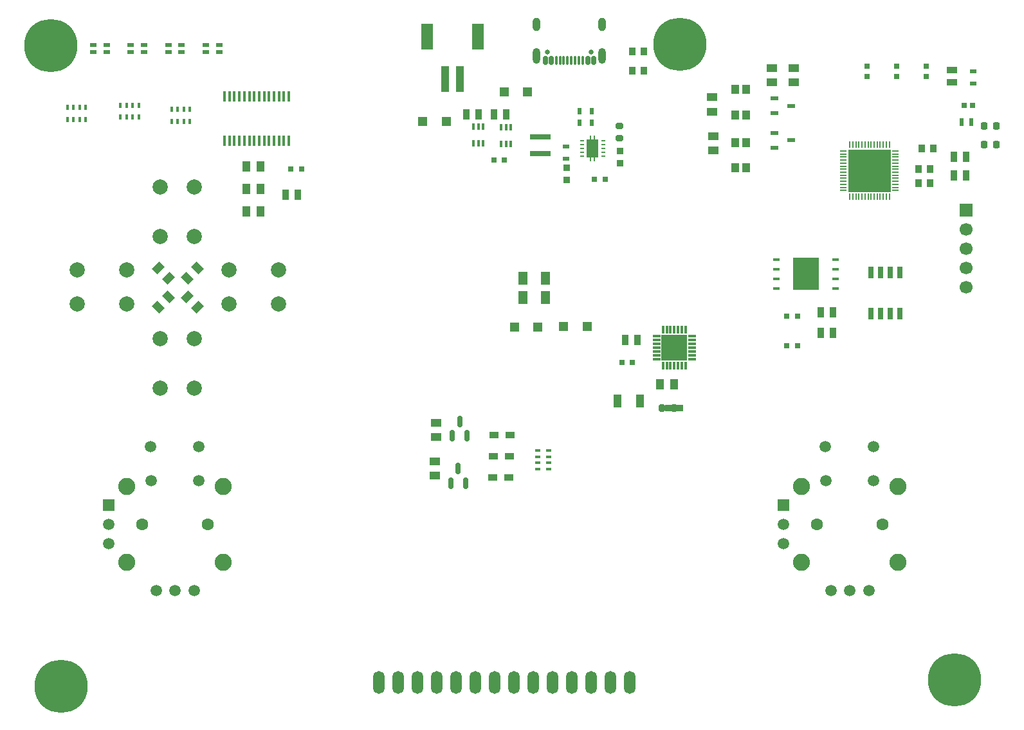
<source format=gts>
G04 #@! TF.GenerationSoftware,KiCad,Pcbnew,9.0.2*
G04 #@! TF.CreationDate,2025-07-06T22:42:39-05:00*
G04 #@! TF.ProjectId,controller,636f6e74-726f-46c6-9c65-722e6b696361,rev?*
G04 #@! TF.SameCoordinates,Original*
G04 #@! TF.FileFunction,Soldermask,Top*
G04 #@! TF.FilePolarity,Negative*
%FSLAX46Y46*%
G04 Gerber Fmt 4.6, Leading zero omitted, Abs format (unit mm)*
G04 Created by KiCad (PCBNEW 9.0.2) date 2025-07-06 22:42:39*
%MOMM*%
%LPD*%
G01*
G04 APERTURE LIST*
G04 Aperture macros list*
%AMRoundRect*
0 Rectangle with rounded corners*
0 $1 Rounding radius*
0 $2 $3 $4 $5 $6 $7 $8 $9 X,Y pos of 4 corners*
0 Add a 4 corners polygon primitive as box body*
4,1,4,$2,$3,$4,$5,$6,$7,$8,$9,$2,$3,0*
0 Add four circle primitives for the rounded corners*
1,1,$1+$1,$2,$3*
1,1,$1+$1,$4,$5*
1,1,$1+$1,$6,$7*
1,1,$1+$1,$8,$9*
0 Add four rect primitives between the rounded corners*
20,1,$1+$1,$2,$3,$4,$5,0*
20,1,$1+$1,$4,$5,$6,$7,0*
20,1,$1+$1,$6,$7,$8,$9,0*
20,1,$1+$1,$8,$9,$2,$3,0*%
%AMRotRect*
0 Rectangle, with rotation*
0 The origin of the aperture is its center*
0 $1 length*
0 $2 width*
0 $3 Rotation angle, in degrees counterclockwise*
0 Add horizontal line*
21,1,$1,$2,0,0,$3*%
G04 Aperture macros list end*
%ADD10O,1.500000X3.000000*%
%ADD11R,2.700000X0.800000*%
%ADD12R,0.540000X0.940000*%
%ADD13R,0.700000X0.700000*%
%ADD14R,0.900000X0.950000*%
%ADD15RoundRect,0.150000X0.150000X-0.587500X0.150000X0.587500X-0.150000X0.587500X-0.150000X-0.587500X0*%
%ADD16R,1.400000X1.000000*%
%ADD17C,2.000000*%
%ADD18RotRect,1.000000X1.400000X315.000000*%
%ADD19R,1.150000X1.220000*%
%ADD20R,0.450000X0.800000*%
%ADD21RoundRect,0.200000X-0.200000X-0.275000X0.200000X-0.275000X0.200000X0.275000X-0.200000X0.275000X0*%
%ADD22R,1.000000X1.400000*%
%ADD23R,0.950000X0.900000*%
%ADD24RotRect,1.000000X1.400000X225.000000*%
%ADD25R,0.850000X0.500000*%
%ADD26R,0.700000X0.425000*%
%ADD27R,0.800000X0.800000*%
%ADD28R,1.200000X0.950000*%
%ADD29R,1.000000X1.750000*%
%ADD30R,0.960000X1.390000*%
%ADD31R,1.100000X0.600000*%
%ADD32R,1.150000X1.800000*%
%ADD33RoundRect,0.225000X-0.225000X-0.250000X0.225000X-0.250000X0.225000X0.250000X-0.225000X0.250000X0*%
%ADD34C,7.000000*%
%ADD35C,0.650000*%
%ADD36RoundRect,0.150000X0.150000X0.425000X-0.150000X0.425000X-0.150000X-0.425000X0.150000X-0.425000X0*%
%ADD37RoundRect,0.075000X0.075000X0.500000X-0.075000X0.500000X-0.075000X-0.500000X0.075000X-0.500000X0*%
%ADD38O,1.000000X2.100000*%
%ADD39O,1.000000X1.800000*%
%ADD40R,0.950000X0.450000*%
%ADD41R,3.450000X4.350000*%
%ADD42R,0.940000X0.540000*%
%ADD43C,1.600000*%
%ADD44C,2.250000*%
%ADD45C,1.500000*%
%ADD46R,1.500000X1.500000*%
%ADD47R,0.850000X1.000000*%
%ADD48RoundRect,0.050000X-0.050000X0.387500X-0.050000X-0.387500X0.050000X-0.387500X0.050000X0.387500X0*%
%ADD49RoundRect,0.050000X-0.387500X0.050000X-0.387500X-0.050000X0.387500X-0.050000X0.387500X0.050000X0*%
%ADD50R,5.600000X5.600000*%
%ADD51R,0.625000X1.000000*%
%ADD52R,0.650000X1.500000*%
%ADD53R,0.450000X0.950000*%
%ADD54R,1.390000X0.960000*%
%ADD55R,1.000000X3.500000*%
%ADD56R,1.500000X3.400000*%
%ADD57R,0.914400X1.447800*%
%ADD58R,1.700000X1.700000*%
%ADD59C,1.700000*%
%ADD60R,1.000000X0.300000*%
%ADD61R,0.300000X1.000000*%
%ADD62R,3.350000X3.350000*%
%ADD63R,1.050000X1.150000*%
%ADD64R,0.450000X1.475000*%
%ADD65RoundRect,0.200000X-0.275000X0.200000X-0.275000X-0.200000X0.275000X-0.200000X0.275000X0.200000X0*%
%ADD66R,0.950000X1.000000*%
%ADD67R,0.425000X0.700000*%
%ADD68R,0.600000X0.240000*%
%ADD69R,1.650000X2.400000*%
%ADD70R,0.250000X0.500000*%
%ADD71RotRect,1.000000X1.400000X135.000000*%
%ADD72RotRect,1.000000X1.400000X45.000000*%
G04 APERTURE END LIST*
D10*
X120350000Y-130850000D03*
X122890000Y-130850000D03*
X125430000Y-130850000D03*
X127970000Y-130850000D03*
X130510000Y-130850000D03*
X133050000Y-130850000D03*
X135590000Y-130850000D03*
X138130000Y-130850000D03*
X140670000Y-130850000D03*
X143210000Y-130850000D03*
X145750000Y-130850000D03*
X148290000Y-130850000D03*
X150830000Y-130850000D03*
X153370000Y-130850000D03*
D11*
X141600000Y-58950000D03*
X141600000Y-61150000D03*
D12*
X148350000Y-57050000D03*
X146750000Y-57050000D03*
X148350000Y-55550000D03*
X146750000Y-55550000D03*
D13*
X184600000Y-51000000D03*
X184600000Y-49600000D03*
D14*
X158375000Y-94700000D03*
X159975000Y-94700000D03*
D13*
X136850000Y-62000000D03*
X135450000Y-62000000D03*
D15*
X129800000Y-104537500D03*
X131700000Y-104537500D03*
X130750000Y-102662500D03*
D16*
X174950000Y-51750000D03*
X174950000Y-49850000D03*
D15*
X129987500Y-98287500D03*
X131887500Y-98287500D03*
X130937500Y-96412500D03*
D16*
X127850000Y-96600000D03*
X127850000Y-98500000D03*
D17*
X100600000Y-76450000D03*
X107100000Y-76450000D03*
X100600000Y-80950000D03*
X107100000Y-80950000D03*
D18*
X91269061Y-76209873D03*
X92612563Y-77553375D03*
D19*
X144650000Y-83900000D03*
X147750000Y-83900000D03*
D20*
X95450000Y-55300000D03*
X94650000Y-55300000D03*
X93850000Y-55300000D03*
X93050000Y-55300000D03*
X93050000Y-56900000D03*
X93850000Y-56900000D03*
X94650000Y-56900000D03*
X95450000Y-56900000D03*
D21*
X157550000Y-94700000D03*
X159200000Y-94700000D03*
D22*
X157300000Y-91550000D03*
X159200000Y-91550000D03*
D13*
X148700000Y-64550000D03*
X150100000Y-64550000D03*
D19*
X141250000Y-84000000D03*
X138150000Y-84000000D03*
D23*
X152057692Y-60809632D03*
X152057692Y-62409632D03*
D24*
X96430939Y-76209873D03*
X95087437Y-77553375D03*
D25*
X94341667Y-46800000D03*
X92591667Y-46800000D03*
X94341667Y-47800000D03*
X92591667Y-47800000D03*
D17*
X91500000Y-92050000D03*
X91500000Y-85550000D03*
X96000000Y-92050000D03*
X96000000Y-85550000D03*
D26*
X142700000Y-102700000D03*
X142700000Y-101900000D03*
X142700000Y-101100000D03*
X142700000Y-100300000D03*
X141200000Y-100300000D03*
X141200000Y-101100000D03*
X141200000Y-101900000D03*
X141200000Y-102700000D03*
D27*
X197362500Y-54761500D03*
X198462500Y-54761500D03*
D28*
X137400000Y-103850000D03*
X135300000Y-103850000D03*
D29*
X151700000Y-93700000D03*
X154700000Y-93700000D03*
D30*
X178455000Y-84775000D03*
X180075000Y-84775000D03*
D17*
X91500000Y-72050000D03*
X91500000Y-65550000D03*
X96000000Y-72050000D03*
X96000000Y-65550000D03*
D31*
X172350000Y-53900000D03*
X172350000Y-55800000D03*
X174550000Y-54850000D03*
D32*
X139300000Y-80150000D03*
X142200000Y-80150000D03*
D19*
X129200000Y-56900000D03*
X126100000Y-56900000D03*
D33*
X200000000Y-57490000D03*
X201550000Y-57490000D03*
D16*
X127650000Y-103600000D03*
X127650000Y-101700000D03*
D25*
X89408333Y-46800000D03*
X87658333Y-46800000D03*
X89408333Y-47800000D03*
X87658333Y-47800000D03*
D28*
X137550000Y-98200000D03*
X135450000Y-98200000D03*
D34*
X159900000Y-46750000D03*
D30*
X108005000Y-66525000D03*
X109625000Y-66525000D03*
D33*
X200000000Y-60000000D03*
X201550000Y-60000000D03*
D13*
X174000000Y-82600000D03*
X175400000Y-82600000D03*
D30*
X131790000Y-55950000D03*
X133410000Y-55950000D03*
D35*
X148290000Y-47765000D03*
X142510000Y-47765000D03*
D36*
X148600000Y-48840000D03*
X147800000Y-48840000D03*
D37*
X146650000Y-48840000D03*
X145650000Y-48840000D03*
X145150000Y-48840000D03*
X144150000Y-48840000D03*
D36*
X143000000Y-48840000D03*
X142200000Y-48840000D03*
X142200000Y-48840000D03*
X143000000Y-48840000D03*
D37*
X143650000Y-48840000D03*
X144650000Y-48840000D03*
X146150000Y-48840000D03*
X147150000Y-48840000D03*
D36*
X147800000Y-48840000D03*
X148600000Y-48840000D03*
D38*
X149720000Y-48265000D03*
D39*
X149720000Y-44085000D03*
D38*
X141080000Y-48265000D03*
D39*
X141080000Y-44085000D03*
D40*
X172600000Y-75095000D03*
X172600000Y-76365000D03*
X172600000Y-77635000D03*
X172600000Y-78905000D03*
X180400000Y-78905000D03*
X180400000Y-77635000D03*
X180400000Y-76365000D03*
X180400000Y-75095000D03*
D41*
X176500000Y-77000000D03*
D42*
X198505000Y-51915000D03*
X198505000Y-50315000D03*
D43*
X186600000Y-110000000D03*
X178000000Y-110000000D03*
D44*
X175975000Y-115000000D03*
X188625000Y-115000000D03*
X188625000Y-105000000D03*
X175975000Y-105000000D03*
D45*
X185445000Y-104200000D03*
X185420000Y-99775000D03*
X179115000Y-104275000D03*
X179070000Y-99775000D03*
D46*
X173570000Y-107500000D03*
D45*
X173570000Y-110000000D03*
X173570000Y-112500000D03*
X179800000Y-118730000D03*
X182300000Y-118730000D03*
X184800000Y-118730000D03*
D30*
X178455000Y-82025000D03*
X180075000Y-82025000D03*
D47*
X193250000Y-60500000D03*
X191750000Y-60500000D03*
D25*
X84475000Y-46800000D03*
X82725000Y-46800000D03*
X84475000Y-47800000D03*
X82725000Y-47800000D03*
D48*
X187500000Y-59962500D03*
X187100000Y-59962500D03*
X186700000Y-59962500D03*
X186300000Y-59962500D03*
X185900000Y-59962500D03*
X185500000Y-59962500D03*
X185100000Y-59962500D03*
X184700000Y-59962500D03*
X184300000Y-59962500D03*
X183900000Y-59962500D03*
X183500000Y-59962500D03*
X183100000Y-59962500D03*
X182700000Y-59962500D03*
X182300000Y-59962500D03*
D49*
X181462500Y-60800000D03*
X181462500Y-61200000D03*
X181462500Y-61600000D03*
X181462500Y-62000000D03*
X181462500Y-62400000D03*
X181462500Y-62800000D03*
X181462500Y-63200000D03*
X181462500Y-63600000D03*
X181462500Y-64000000D03*
X181462500Y-64400000D03*
X181462500Y-64800000D03*
X181462500Y-65200000D03*
X181462500Y-65600000D03*
X181462500Y-66000000D03*
D48*
X182300000Y-66837500D03*
X182700000Y-66837500D03*
X183100000Y-66837500D03*
X183500000Y-66837500D03*
X183900000Y-66837500D03*
X184300000Y-66837500D03*
X184700000Y-66837500D03*
X185100000Y-66837500D03*
X185500000Y-66837500D03*
X185900000Y-66837500D03*
X186300000Y-66837500D03*
X186700000Y-66837500D03*
X187100000Y-66837500D03*
X187500000Y-66837500D03*
D49*
X188337500Y-66000000D03*
X188337500Y-65600000D03*
X188337500Y-65200000D03*
X188337500Y-64800000D03*
X188337500Y-64400000D03*
X188337500Y-64000000D03*
X188337500Y-63600000D03*
X188337500Y-63200000D03*
X188337500Y-62800000D03*
X188337500Y-62400000D03*
X188337500Y-62000000D03*
X188337500Y-61600000D03*
X188337500Y-61200000D03*
X188337500Y-60800000D03*
D50*
X184900000Y-63400000D03*
D22*
X104750000Y-65800000D03*
X102850000Y-65800000D03*
X102850000Y-62850000D03*
X104750000Y-62850000D03*
D51*
X198275000Y-57000000D03*
X197000000Y-57000000D03*
D43*
X97780000Y-110000000D03*
X89180000Y-110000000D03*
D44*
X87155000Y-115000000D03*
X99805000Y-115000000D03*
X99805000Y-105000000D03*
X87155000Y-105000000D03*
D45*
X96625000Y-104200000D03*
X96600000Y-99775000D03*
X90295000Y-104275000D03*
X90250000Y-99775000D03*
D46*
X84750000Y-107500000D03*
D45*
X84750000Y-110000000D03*
X84750000Y-112500000D03*
X90980000Y-118730000D03*
X93480000Y-118730000D03*
X95980000Y-118730000D03*
D47*
X153650000Y-47700000D03*
X155150000Y-47700000D03*
D16*
X164200000Y-55600000D03*
X164200000Y-53700000D03*
D34*
X78500000Y-131300000D03*
D13*
X174000000Y-86500000D03*
X175400000Y-86500000D03*
D52*
X188905000Y-76800000D03*
X187635000Y-76800000D03*
X186365000Y-76800000D03*
X185095000Y-76800000D03*
X185095000Y-82200000D03*
X186365000Y-82200000D03*
X187635000Y-82200000D03*
X188905000Y-82200000D03*
D53*
X137700000Y-57650000D03*
X137050000Y-57650000D03*
X136400000Y-57650000D03*
X136400000Y-59850000D03*
X137050000Y-59850000D03*
X137700000Y-59850000D03*
D28*
X137500000Y-101000000D03*
X135400000Y-101000000D03*
D54*
X195725000Y-51745000D03*
X195725000Y-50125000D03*
D55*
X131000000Y-51321000D03*
X129000000Y-51321000D03*
D56*
X133350000Y-45771000D03*
X126650000Y-45771000D03*
D20*
X81700000Y-55050000D03*
X80900000Y-55050000D03*
X80100000Y-55050000D03*
X79300000Y-55050000D03*
X79300000Y-56650000D03*
X80100000Y-56650000D03*
X80900000Y-56650000D03*
X81700000Y-56650000D03*
D57*
X196000000Y-61552200D03*
X197625600Y-61552200D03*
D13*
X192400000Y-51000000D03*
X192400000Y-49600000D03*
D58*
X197600000Y-68560000D03*
D59*
X197600000Y-71100000D03*
X197600000Y-73640000D03*
X197600000Y-76180000D03*
X197600000Y-78720000D03*
D60*
X156850000Y-85200000D03*
X156850000Y-85700000D03*
X156850000Y-86200000D03*
X156850000Y-86700000D03*
X156850000Y-87200000D03*
X156850000Y-87700000D03*
X156850000Y-88200000D03*
D61*
X157700000Y-89050000D03*
X158200000Y-89050000D03*
X158700000Y-89050000D03*
X159200000Y-89050000D03*
X159700000Y-89050000D03*
X160200000Y-89050000D03*
X160700000Y-89050000D03*
D60*
X161550000Y-88200000D03*
X161550000Y-87700000D03*
X161550000Y-87200000D03*
X161550000Y-86700000D03*
X161550000Y-86200000D03*
X161550000Y-85700000D03*
X161550000Y-85200000D03*
D61*
X160700000Y-84350000D03*
X160200000Y-84350000D03*
X159700000Y-84350000D03*
X159200000Y-84350000D03*
X158700000Y-84350000D03*
X158200000Y-84350000D03*
X157700000Y-84350000D03*
D62*
X159200000Y-86700000D03*
D30*
X152700000Y-85700000D03*
X154320000Y-85700000D03*
D63*
X167225000Y-63025000D03*
X168675000Y-63025000D03*
X167225000Y-59675000D03*
X168675000Y-59675000D03*
D64*
X108450000Y-53600000D03*
X107800000Y-53600000D03*
X107150000Y-53600000D03*
X106500000Y-53600000D03*
X105850000Y-53600000D03*
X105200000Y-53600000D03*
X104550000Y-53600000D03*
X103900000Y-53600000D03*
X103250000Y-53600000D03*
X102600000Y-53600000D03*
X101950000Y-53600000D03*
X101300000Y-53600000D03*
X100650000Y-53600000D03*
X100000000Y-53600000D03*
X100000000Y-59476000D03*
X100650000Y-59476000D03*
X101300000Y-59476000D03*
X101950000Y-59476000D03*
X102600000Y-59476000D03*
X103250000Y-59476000D03*
X103900000Y-59476000D03*
X104550000Y-59476000D03*
X105200000Y-59476000D03*
X105850000Y-59476000D03*
X106500000Y-59476000D03*
X107150000Y-59476000D03*
X107800000Y-59476000D03*
X108450000Y-59476000D03*
D13*
X188500000Y-51000000D03*
X188500000Y-49600000D03*
D23*
X145000000Y-63050000D03*
X145000000Y-64650000D03*
D16*
X164300000Y-60750000D03*
X164300000Y-58850000D03*
D22*
X102850000Y-68750000D03*
X104750000Y-68750000D03*
D16*
X172000000Y-51750000D03*
X172000000Y-49850000D03*
D42*
X144950000Y-61850000D03*
X144950000Y-60250000D03*
D19*
X139900000Y-53050000D03*
X136800000Y-53050000D03*
D63*
X167225000Y-56025000D03*
X168675000Y-56025000D03*
X167225000Y-52675000D03*
X168675000Y-52675000D03*
D13*
X108750000Y-63200000D03*
X110150000Y-63200000D03*
D25*
X99275000Y-46800000D03*
X97525000Y-46800000D03*
X99275000Y-47800000D03*
X97525000Y-47800000D03*
D65*
X152002692Y-57484632D03*
X152002692Y-59134632D03*
D34*
X77150000Y-46950000D03*
D66*
X192900000Y-65000000D03*
X192900000Y-63150000D03*
X191350000Y-63150000D03*
X191350000Y-65000000D03*
D47*
X153650000Y-50250000D03*
X155150000Y-50250000D03*
D31*
X172350000Y-58450000D03*
X172350000Y-60350000D03*
X174550000Y-59400000D03*
D67*
X88700000Y-54800000D03*
X87900000Y-54800000D03*
X87100000Y-54800000D03*
X86300000Y-54800000D03*
X86300000Y-56300000D03*
X87100000Y-56300000D03*
X87900000Y-56300000D03*
X88700000Y-56300000D03*
D13*
X152300000Y-88700000D03*
X153700000Y-88700000D03*
D32*
X139300000Y-77600000D03*
X142200000Y-77600000D03*
D53*
X134050000Y-57600000D03*
X133400000Y-57600000D03*
X132750000Y-57600000D03*
X132750000Y-59800000D03*
X133400000Y-59800000D03*
X134050000Y-59800000D03*
D34*
X196050000Y-130500000D03*
D68*
X147050000Y-59450000D03*
X147050000Y-59950000D03*
X147050000Y-60450000D03*
X147050000Y-60950000D03*
X147050000Y-61450000D03*
X149850000Y-61450000D03*
X149850000Y-60950000D03*
X149850000Y-60450000D03*
X149850000Y-59950000D03*
X149850000Y-59450000D03*
D69*
X148450000Y-60450000D03*
D70*
X148200000Y-61900000D03*
X148700000Y-61900000D03*
X148200000Y-59000000D03*
X148700000Y-59000000D03*
D71*
X96430939Y-81371751D03*
X95087437Y-80028249D03*
D57*
X196000000Y-64000000D03*
X197625600Y-64000000D03*
D17*
X80600000Y-76450000D03*
X87100000Y-76450000D03*
X80600000Y-80950000D03*
X87100000Y-80950000D03*
D72*
X91269061Y-81371751D03*
X92612563Y-80028249D03*
D30*
X137060000Y-56000000D03*
X135440000Y-56000000D03*
M02*

</source>
